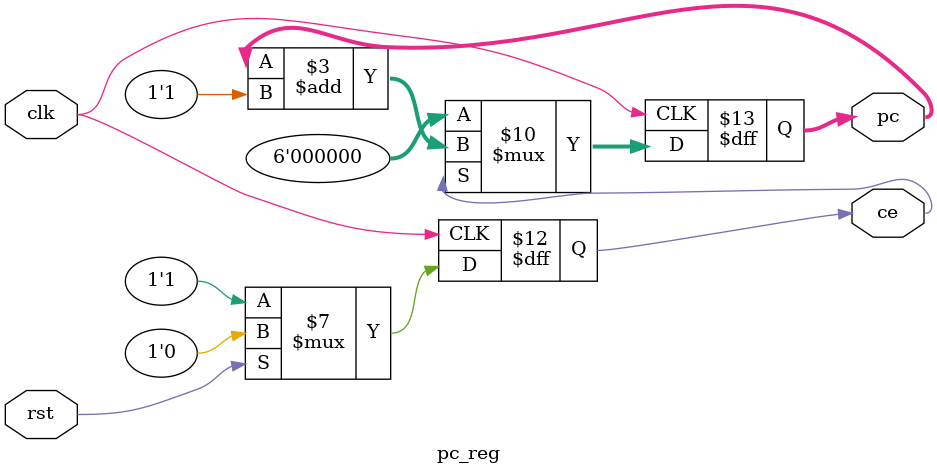
<source format=v>


module pc_reg(
    input wire      clk,
    input wire      rst,
    
    output reg[5:0] pc,
    output reg      ce
    );
    
    always @ (posedge clk) begin
        if (ce == 1'b0) begin
            pc <= 6'h00;
        end else begin
            pc <= pc + 1'b1;
        end
    end
    
    always @ (posedge clk) begin
        if (rst == 1'b1) begin
            ce <= 1'b0;
        end else begin
            ce <= 1'b1;
        end
    end
    
endmodule

</source>
